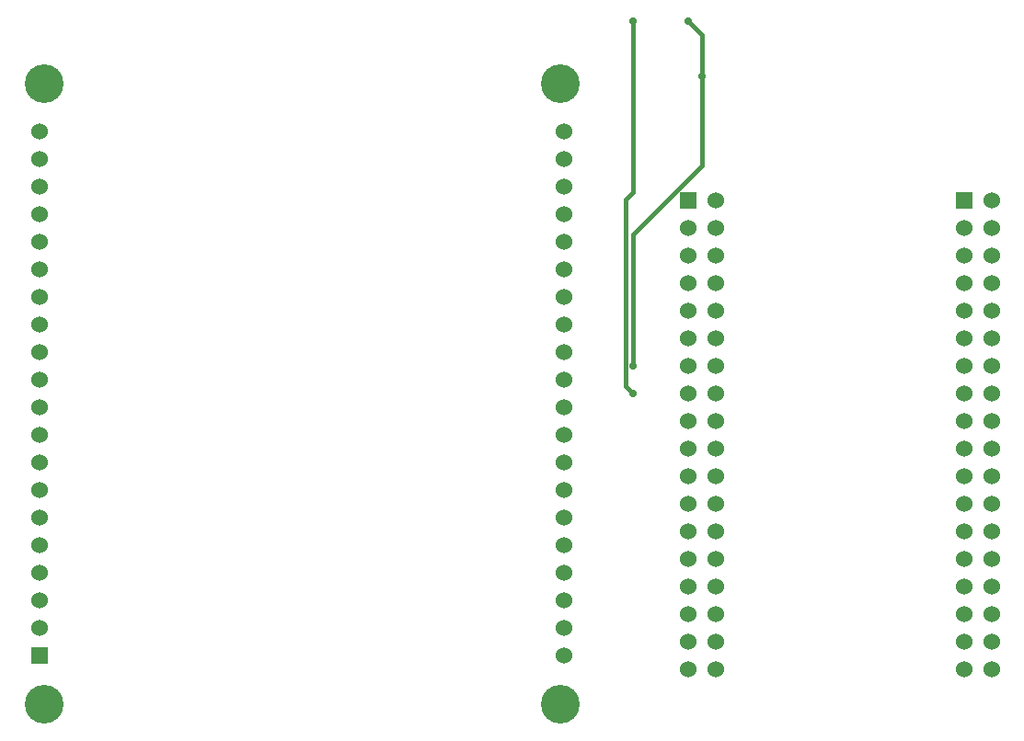
<source format=gbr>
G04*
G04 #@! TF.GenerationSoftware,Altium Limited,Altium Designer,25.5.2 (35)*
G04*
G04 Layer_Physical_Order=2*
G04 Layer_Color=16711680*
%FSLAX25Y25*%
%MOIN*%
G70*
G04*
G04 #@! TF.SameCoordinates,96831C8F-D5BA-46BF-BE3C-FBE6A9700D28*
G04*
G04*
G04 #@! TF.FilePolarity,Positive*
G04*
G01*
G75*
%ADD24C,0.01500*%
%ADD25R,0.06000X0.06000*%
%ADD26C,0.06000*%
%ADD27C,0.14000*%
%ADD28R,0.06024X0.06024*%
%ADD29C,0.06024*%
%ADD30C,0.02756*%
D24*
X240000Y160000D02*
Y207768D01*
X265000Y232768D01*
Y265000D01*
Y280000D01*
X260000Y285000D02*
X265000Y280000D01*
X237372Y152628D02*
X240000Y150000D01*
X237372Y152628D02*
Y220472D01*
X240000Y223100D01*
Y285000D01*
D25*
X260000Y220000D02*
D03*
X360000D02*
D03*
D26*
X270000D02*
D03*
X260000Y210000D02*
D03*
X270000D02*
D03*
X260000Y200000D02*
D03*
X270000D02*
D03*
X260000Y190000D02*
D03*
X270000D02*
D03*
X260000Y180000D02*
D03*
X270000D02*
D03*
X260000Y170000D02*
D03*
X270000D02*
D03*
X260000Y160000D02*
D03*
X270000D02*
D03*
X260000Y150000D02*
D03*
X270000D02*
D03*
X260000Y140000D02*
D03*
X270000D02*
D03*
X260000Y130000D02*
D03*
X270000D02*
D03*
X260000Y120000D02*
D03*
X270000D02*
D03*
X260000Y110000D02*
D03*
X270000D02*
D03*
X260000Y100000D02*
D03*
X270000D02*
D03*
X260000Y90000D02*
D03*
X270000D02*
D03*
X260000Y80000D02*
D03*
X270000D02*
D03*
X260000Y70000D02*
D03*
X270000D02*
D03*
X260000Y60000D02*
D03*
X270000D02*
D03*
X260000Y50000D02*
D03*
X270000D02*
D03*
X370000Y220000D02*
D03*
X360000Y210000D02*
D03*
X370000D02*
D03*
X360000Y200000D02*
D03*
X370000D02*
D03*
X360000Y190000D02*
D03*
X370000D02*
D03*
X360000Y180000D02*
D03*
X370000D02*
D03*
X360000Y170000D02*
D03*
X370000D02*
D03*
X360000Y160000D02*
D03*
X370000D02*
D03*
X360000Y150000D02*
D03*
X370000D02*
D03*
X360000Y140000D02*
D03*
X370000D02*
D03*
X360000Y130000D02*
D03*
X370000D02*
D03*
X360000Y120000D02*
D03*
X370000D02*
D03*
X360000Y110000D02*
D03*
X370000D02*
D03*
X360000Y100000D02*
D03*
X370000D02*
D03*
X360000Y90000D02*
D03*
X370000D02*
D03*
X360000Y80000D02*
D03*
X370000D02*
D03*
X360000Y70000D02*
D03*
X370000D02*
D03*
X360000Y60000D02*
D03*
X370000D02*
D03*
X360000Y50000D02*
D03*
X370000D02*
D03*
D27*
X26500Y37500D02*
D03*
X213500D02*
D03*
X26500Y262500D02*
D03*
X213500D02*
D03*
D28*
X25000Y55000D02*
D03*
D29*
Y145000D02*
D03*
Y135000D02*
D03*
Y125000D02*
D03*
Y115000D02*
D03*
Y105000D02*
D03*
Y95000D02*
D03*
Y85000D02*
D03*
Y75000D02*
D03*
Y65000D02*
D03*
Y155000D02*
D03*
Y165000D02*
D03*
Y175000D02*
D03*
Y185000D02*
D03*
Y195000D02*
D03*
Y205000D02*
D03*
Y215000D02*
D03*
Y225000D02*
D03*
Y235000D02*
D03*
Y245000D02*
D03*
X215000Y55000D02*
D03*
Y65000D02*
D03*
Y75000D02*
D03*
Y85000D02*
D03*
Y95000D02*
D03*
Y105000D02*
D03*
Y115000D02*
D03*
Y125000D02*
D03*
Y135000D02*
D03*
Y145000D02*
D03*
Y155000D02*
D03*
Y165000D02*
D03*
Y175000D02*
D03*
Y185000D02*
D03*
Y195000D02*
D03*
Y205000D02*
D03*
Y215000D02*
D03*
Y225000D02*
D03*
Y235000D02*
D03*
Y245000D02*
D03*
D30*
X240000Y285000D02*
D03*
X260000D02*
D03*
X265000Y265000D02*
D03*
X240000Y160000D02*
D03*
Y150000D02*
D03*
M02*

</source>
